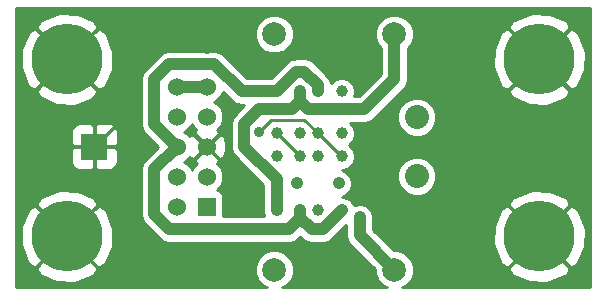
<source format=gtl>
%FSLAX36Y36*%
G04 Gerber Fmt 3.6, Leading zero omitted, Abs format (unit inch)*
G04 Created by KiCad (PCBNEW (2014-jul-16 BZR unknown)-product) date Sat 11 Oct 2014 11:47:49 AM PDT*
%MOIN*%
G01*
G04 APERTURE LIST*
%ADD10C,0.003937*%
%ADD11C,0.236220*%
%ADD12C,0.078700*%
%ADD13R,0.088000X0.088000*%
%ADD14C,0.039370*%
%ADD15C,0.041339*%
%ADD16C,0.080000*%
%ADD17R,0.060000X0.060000*%
%ADD18C,0.060000*%
%ADD19C,0.035000*%
%ADD20C,0.040000*%
%ADD21C,0.010000*%
G04 APERTURE END LIST*
D10*
D11*
X4133858Y-4133858D03*
X5708661Y-4133858D03*
X4133858Y-4724409D03*
X5708661Y-4724409D03*
D12*
X5225000Y-4835000D03*
X4825000Y-4835000D03*
X5225000Y-4050000D03*
X4825000Y-4050000D03*
D13*
X4225000Y-4425000D03*
D14*
X4832677Y-4636772D03*
X4911417Y-4636811D03*
X4832677Y-4457677D03*
X4911417Y-4457677D03*
D15*
X4901575Y-4547244D03*
D14*
X4970472Y-4636772D03*
X5049213Y-4636811D03*
X4970472Y-4457677D03*
X5049213Y-4457677D03*
D15*
X5039370Y-4547244D03*
D14*
X4911417Y-4241142D03*
X4832677Y-4241142D03*
X4911417Y-4380906D03*
X4832677Y-4380906D03*
X5049213Y-4241142D03*
X4970472Y-4241142D03*
X5049213Y-4380906D03*
X4970472Y-4380906D03*
D16*
X5300000Y-4523425D03*
X5300000Y-4326575D03*
D17*
X4600000Y-4625000D03*
D18*
X4500000Y-4625000D03*
X4600000Y-4525000D03*
X4500000Y-4525000D03*
X4600000Y-4425000D03*
X4500000Y-4425000D03*
X4600000Y-4325000D03*
X4500000Y-4325000D03*
X4600000Y-4225000D03*
X4500000Y-4225000D03*
D19*
X5110000Y-4660000D03*
X4775000Y-4375000D03*
X4600000Y-4100000D03*
D20*
X5225000Y-4835000D02*
X5110000Y-4720000D01*
X5110000Y-4720000D02*
X5110000Y-4660000D01*
X4832677Y-4636772D02*
X4832677Y-4532677D01*
X4725000Y-4350000D02*
X4775000Y-4300000D01*
X4725000Y-4425000D02*
X4725000Y-4350000D01*
X4832677Y-4532677D02*
X4725000Y-4425000D01*
X4883770Y-4300000D02*
X4911417Y-4272353D01*
X4775000Y-4300000D02*
X4883770Y-4300000D01*
X4911417Y-4241142D02*
X4911417Y-4272353D01*
X5225000Y-4200000D02*
X5225000Y-4050000D01*
X5125000Y-4300000D02*
X5225000Y-4200000D01*
X4939064Y-4300000D02*
X5125000Y-4300000D01*
X4911417Y-4272353D02*
X4939064Y-4300000D01*
D21*
X4970472Y-4380906D02*
X4924567Y-4335000D01*
X4815000Y-4335000D02*
X4775000Y-4375000D01*
X4924567Y-4335000D02*
X4815000Y-4335000D01*
X4970472Y-4380906D02*
X5047244Y-4457677D01*
X5047244Y-4457677D02*
X5049213Y-4457677D01*
X4832677Y-4380906D02*
X4909449Y-4457677D01*
X4909449Y-4457677D02*
X4911417Y-4457677D01*
D20*
X4600000Y-4225000D02*
X4500000Y-4225000D01*
D21*
X4600000Y-4100000D02*
X4425000Y-4100000D01*
X4425000Y-4100000D02*
X4300000Y-4225000D01*
X4300000Y-4350000D02*
X4225000Y-4425000D01*
X4300000Y-4225000D02*
X4300000Y-4350000D01*
D20*
X4133858Y-4724409D02*
X4134449Y-4725000D01*
X5049213Y-4636811D02*
X4986024Y-4700000D01*
X4832677Y-4241142D02*
X4716142Y-4241142D01*
X4716142Y-4241142D02*
X4625000Y-4150000D01*
X4970472Y-4241142D02*
X4970472Y-4220472D01*
X4898819Y-4175000D02*
X4832677Y-4241142D01*
X4925000Y-4175000D02*
X4898819Y-4175000D01*
X4970472Y-4220472D02*
X4925000Y-4175000D01*
X4911417Y-4661417D02*
X4872835Y-4700000D01*
X4425000Y-4500000D02*
X4500000Y-4425000D01*
X4425000Y-4650000D02*
X4425000Y-4500000D01*
X4475000Y-4700000D02*
X4425000Y-4650000D01*
X4872835Y-4700000D02*
X4475000Y-4700000D01*
X4911417Y-4661417D02*
X4911417Y-4636811D01*
X4950000Y-4700000D02*
X4911417Y-4661417D01*
X4986024Y-4700000D02*
X4950000Y-4700000D01*
X4500000Y-4425000D02*
X4425000Y-4350000D01*
X4475000Y-4150000D02*
X4625000Y-4150000D01*
X4425000Y-4200000D02*
X4475000Y-4150000D01*
X4425000Y-4350000D02*
X4425000Y-4200000D01*
D21*
G36*
X4791776Y-4655000D02*
X4665294Y-4655000D01*
X4665294Y-4413646D01*
X4655978Y-4389524D01*
X4654198Y-4386859D01*
X4641376Y-4385038D01*
X4601414Y-4425000D01*
X4641376Y-4464962D01*
X4654198Y-4463141D01*
X4664668Y-4439497D01*
X4665294Y-4413646D01*
X4665294Y-4655000D01*
X4655000Y-4655000D01*
X4655000Y-4650027D01*
X4655000Y-4590027D01*
X4651194Y-4580839D01*
X4644161Y-4573806D01*
X4634973Y-4570000D01*
X4632771Y-4570000D01*
X4646600Y-4556196D01*
X4654990Y-4535988D01*
X4655010Y-4514108D01*
X4646654Y-4493886D01*
X4634244Y-4481454D01*
X4635476Y-4480978D01*
X4638141Y-4479198D01*
X4639962Y-4466376D01*
X4600000Y-4426414D01*
X4560038Y-4466376D01*
X4561859Y-4479198D01*
X4566135Y-4481092D01*
X4553400Y-4493804D01*
X4550002Y-4501989D01*
X4546654Y-4493886D01*
X4531196Y-4478400D01*
X4523011Y-4475002D01*
X4531114Y-4471654D01*
X4543546Y-4459244D01*
X4544022Y-4460476D01*
X4545802Y-4463141D01*
X4558624Y-4464962D01*
X4598586Y-4425000D01*
X4558624Y-4385038D01*
X4545802Y-4386859D01*
X4543908Y-4391135D01*
X4531196Y-4378400D01*
X4523011Y-4375002D01*
X4531114Y-4371654D01*
X4546600Y-4356196D01*
X4549998Y-4348011D01*
X4553346Y-4356114D01*
X4565756Y-4368546D01*
X4564524Y-4369022D01*
X4561859Y-4370802D01*
X4560038Y-4383624D01*
X4600000Y-4423586D01*
X4639962Y-4383624D01*
X4638141Y-4370802D01*
X4633865Y-4368908D01*
X4646600Y-4356196D01*
X4654990Y-4335988D01*
X4655010Y-4314108D01*
X4646654Y-4293886D01*
X4631196Y-4278400D01*
X4623011Y-4275002D01*
X4631114Y-4271654D01*
X4646600Y-4256196D01*
X4652748Y-4241388D01*
X4684322Y-4272962D01*
X4698921Y-4282716D01*
X4716142Y-4286142D01*
X4725219Y-4286142D01*
X4693180Y-4318180D01*
X4683425Y-4332779D01*
X4680000Y-4350000D01*
X4680000Y-4425000D01*
X4683425Y-4442221D01*
X4693180Y-4456820D01*
X4787677Y-4551317D01*
X4787677Y-4636772D01*
X4787991Y-4638348D01*
X4787984Y-4645621D01*
X4790786Y-4652402D01*
X4791103Y-4653992D01*
X4791776Y-4655000D01*
X4791776Y-4655000D01*
G37*
X4791776Y-4655000D02*
X4665294Y-4655000D01*
X4665294Y-4413646D01*
X4655978Y-4389524D01*
X4654198Y-4386859D01*
X4641376Y-4385038D01*
X4601414Y-4425000D01*
X4641376Y-4464962D01*
X4654198Y-4463141D01*
X4664668Y-4439497D01*
X4665294Y-4413646D01*
X4665294Y-4655000D01*
X4655000Y-4655000D01*
X4655000Y-4650027D01*
X4655000Y-4590027D01*
X4651194Y-4580839D01*
X4644161Y-4573806D01*
X4634973Y-4570000D01*
X4632771Y-4570000D01*
X4646600Y-4556196D01*
X4654990Y-4535988D01*
X4655010Y-4514108D01*
X4646654Y-4493886D01*
X4634244Y-4481454D01*
X4635476Y-4480978D01*
X4638141Y-4479198D01*
X4639962Y-4466376D01*
X4600000Y-4426414D01*
X4560038Y-4466376D01*
X4561859Y-4479198D01*
X4566135Y-4481092D01*
X4553400Y-4493804D01*
X4550002Y-4501989D01*
X4546654Y-4493886D01*
X4531196Y-4478400D01*
X4523011Y-4475002D01*
X4531114Y-4471654D01*
X4543546Y-4459244D01*
X4544022Y-4460476D01*
X4545802Y-4463141D01*
X4558624Y-4464962D01*
X4598586Y-4425000D01*
X4558624Y-4385038D01*
X4545802Y-4386859D01*
X4543908Y-4391135D01*
X4531196Y-4378400D01*
X4523011Y-4375002D01*
X4531114Y-4371654D01*
X4546600Y-4356196D01*
X4549998Y-4348011D01*
X4553346Y-4356114D01*
X4565756Y-4368546D01*
X4564524Y-4369022D01*
X4561859Y-4370802D01*
X4560038Y-4383624D01*
X4600000Y-4423586D01*
X4639962Y-4383624D01*
X4638141Y-4370802D01*
X4633865Y-4368908D01*
X4646600Y-4356196D01*
X4654990Y-4335988D01*
X4655010Y-4314108D01*
X4646654Y-4293886D01*
X4631196Y-4278400D01*
X4623011Y-4275002D01*
X4631114Y-4271654D01*
X4646600Y-4256196D01*
X4652748Y-4241388D01*
X4684322Y-4272962D01*
X4698921Y-4282716D01*
X4716142Y-4286142D01*
X4725219Y-4286142D01*
X4693180Y-4318180D01*
X4683425Y-4332779D01*
X4680000Y-4350000D01*
X4680000Y-4425000D01*
X4683425Y-4442221D01*
X4693180Y-4456820D01*
X4787677Y-4551317D01*
X4787677Y-4636772D01*
X4787991Y-4638348D01*
X4787984Y-4645621D01*
X4790786Y-4652402D01*
X4791103Y-4653992D01*
X4791776Y-4655000D01*
G36*
X5878543Y-4894291D02*
X5862690Y-4894291D01*
X5862690Y-4699001D01*
X5862690Y-4108450D01*
X5841242Y-4051440D01*
X5835542Y-4042910D01*
X5813565Y-4030369D01*
X5812151Y-4031783D01*
X5812151Y-4028954D01*
X5799610Y-4006978D01*
X5744131Y-3981831D01*
X5683253Y-3979830D01*
X5626243Y-4001278D01*
X5617713Y-4006978D01*
X5605172Y-4028954D01*
X5708661Y-4132444D01*
X5812151Y-4028954D01*
X5812151Y-4031783D01*
X5710076Y-4133858D01*
X5813565Y-4237348D01*
X5835542Y-4224806D01*
X5860688Y-4169328D01*
X5862690Y-4108450D01*
X5862690Y-4699001D01*
X5841242Y-4641991D01*
X5835542Y-4633461D01*
X5813565Y-4620920D01*
X5812151Y-4622334D01*
X5812151Y-4619506D01*
X5812151Y-4238762D01*
X5708661Y-4135272D01*
X5707247Y-4136687D01*
X5707247Y-4133858D01*
X5603758Y-4030369D01*
X5581781Y-4042910D01*
X5556635Y-4098388D01*
X5554633Y-4159266D01*
X5576081Y-4216276D01*
X5581781Y-4224806D01*
X5603758Y-4237348D01*
X5707247Y-4133858D01*
X5707247Y-4136687D01*
X5605172Y-4238762D01*
X5617713Y-4260739D01*
X5673191Y-4285885D01*
X5734070Y-4287887D01*
X5791080Y-4266439D01*
X5799610Y-4260739D01*
X5812151Y-4238762D01*
X5812151Y-4619506D01*
X5799610Y-4597529D01*
X5744131Y-4572383D01*
X5683253Y-4570381D01*
X5626243Y-4591829D01*
X5617713Y-4597529D01*
X5605172Y-4619506D01*
X5708661Y-4722995D01*
X5812151Y-4619506D01*
X5812151Y-4622334D01*
X5710076Y-4724409D01*
X5813565Y-4827899D01*
X5835542Y-4815358D01*
X5860688Y-4759879D01*
X5862690Y-4699001D01*
X5862690Y-4894291D01*
X5812151Y-4894291D01*
X5812151Y-4829313D01*
X5708661Y-4725824D01*
X5707247Y-4727238D01*
X5707247Y-4724409D01*
X5603758Y-4620920D01*
X5581781Y-4633461D01*
X5556635Y-4688939D01*
X5554633Y-4749818D01*
X5576081Y-4806828D01*
X5581781Y-4815358D01*
X5603758Y-4827899D01*
X5707247Y-4724409D01*
X5707247Y-4727238D01*
X5605172Y-4829313D01*
X5617713Y-4851290D01*
X5673191Y-4876436D01*
X5734070Y-4878438D01*
X5791080Y-4856990D01*
X5799610Y-4851290D01*
X5812151Y-4829313D01*
X5812151Y-4894291D01*
X5365011Y-4894291D01*
X5365011Y-4510553D01*
X5365011Y-4313702D01*
X5355136Y-4289803D01*
X5336868Y-4271503D01*
X5312986Y-4261586D01*
X5287127Y-4261564D01*
X5263229Y-4271438D01*
X5244928Y-4289707D01*
X5235011Y-4313589D01*
X5234989Y-4339447D01*
X5244864Y-4363346D01*
X5263132Y-4381647D01*
X5287014Y-4391564D01*
X5312873Y-4391586D01*
X5336771Y-4381711D01*
X5355072Y-4363442D01*
X5364989Y-4339561D01*
X5365011Y-4313702D01*
X5365011Y-4510553D01*
X5355136Y-4486654D01*
X5336868Y-4468353D01*
X5312986Y-4458436D01*
X5287127Y-4458414D01*
X5263229Y-4468289D01*
X5244928Y-4486558D01*
X5235011Y-4510439D01*
X5234989Y-4536298D01*
X5244864Y-4560197D01*
X5263132Y-4578497D01*
X5287014Y-4588414D01*
X5312873Y-4588436D01*
X5336771Y-4578562D01*
X5355072Y-4560293D01*
X5364989Y-4536411D01*
X5365011Y-4510553D01*
X5365011Y-4894291D01*
X5250014Y-4894291D01*
X5261404Y-4889585D01*
X5279521Y-4871499D01*
X5289339Y-4847856D01*
X5289361Y-4822256D01*
X5279585Y-4798596D01*
X5261499Y-4780479D01*
X5237856Y-4770661D01*
X5224289Y-4770649D01*
X5155000Y-4701360D01*
X5155000Y-4660000D01*
X5151575Y-4642779D01*
X5141820Y-4628180D01*
X5127221Y-4618425D01*
X5110000Y-4615000D01*
X5092779Y-4618425D01*
X5090816Y-4619737D01*
X5090787Y-4619590D01*
X5089894Y-4618254D01*
X5087117Y-4611532D01*
X5081933Y-4606339D01*
X5081032Y-4604991D01*
X5079696Y-4604098D01*
X5074558Y-4598951D01*
X5067781Y-4596137D01*
X5066433Y-4595236D01*
X5064857Y-4594923D01*
X5058140Y-4592134D01*
X5050803Y-4592127D01*
X5050488Y-4592065D01*
X5065206Y-4585983D01*
X5078064Y-4573147D01*
X5085031Y-4556368D01*
X5085047Y-4538200D01*
X5078109Y-4521408D01*
X5065273Y-4508550D01*
X5050374Y-4502363D01*
X5058062Y-4502370D01*
X5074492Y-4495581D01*
X5087073Y-4483022D01*
X5093890Y-4466605D01*
X5093905Y-4448828D01*
X5087117Y-4432398D01*
X5074558Y-4419817D01*
X5073309Y-4419298D01*
X5074492Y-4418810D01*
X5087073Y-4406251D01*
X5093890Y-4389833D01*
X5093905Y-4372056D01*
X5087117Y-4355627D01*
X5076509Y-4345000D01*
X5125000Y-4345000D01*
X5142221Y-4341575D01*
X5156820Y-4331820D01*
X5256820Y-4231820D01*
X5266575Y-4217221D01*
X5270000Y-4200000D01*
X5270000Y-4096004D01*
X5279521Y-4086499D01*
X5289339Y-4062856D01*
X5289361Y-4037256D01*
X5279585Y-4013596D01*
X5261499Y-3995479D01*
X5237856Y-3985661D01*
X5212256Y-3985639D01*
X5188596Y-3995415D01*
X5170479Y-4013501D01*
X5160661Y-4037144D01*
X5160639Y-4062744D01*
X5170415Y-4086404D01*
X5180000Y-4096006D01*
X5180000Y-4181360D01*
X5106360Y-4255000D01*
X5091842Y-4255000D01*
X5093890Y-4250069D01*
X5093905Y-4232292D01*
X5087117Y-4215863D01*
X5074558Y-4203282D01*
X5058140Y-4196464D01*
X5040363Y-4196449D01*
X5023934Y-4203238D01*
X5014014Y-4213140D01*
X5012047Y-4203252D01*
X5002292Y-4188653D01*
X4956820Y-4143180D01*
X4942221Y-4133425D01*
X4925000Y-4130000D01*
X4898819Y-4130000D01*
X4889361Y-4131881D01*
X4889361Y-4037256D01*
X4879585Y-4013596D01*
X4861499Y-3995479D01*
X4837856Y-3985661D01*
X4812256Y-3985639D01*
X4788596Y-3995415D01*
X4770479Y-4013501D01*
X4760661Y-4037144D01*
X4760639Y-4062744D01*
X4770415Y-4086404D01*
X4788501Y-4104521D01*
X4812144Y-4114339D01*
X4837744Y-4114361D01*
X4861404Y-4104585D01*
X4879521Y-4086499D01*
X4889339Y-4062856D01*
X4889361Y-4037256D01*
X4889361Y-4131881D01*
X4881598Y-4133425D01*
X4866999Y-4143180D01*
X4814038Y-4196142D01*
X4734781Y-4196142D01*
X4656820Y-4118180D01*
X4642221Y-4108425D01*
X4625000Y-4105000D01*
X4475000Y-4105000D01*
X4457779Y-4108425D01*
X4443180Y-4118180D01*
X4393180Y-4168180D01*
X4383425Y-4182779D01*
X4380000Y-4200000D01*
X4380000Y-4350000D01*
X4383425Y-4367221D01*
X4393180Y-4381820D01*
X4436360Y-4425000D01*
X4393180Y-4468180D01*
X4383425Y-4482779D01*
X4380000Y-4500000D01*
X4380000Y-4650000D01*
X4383425Y-4667221D01*
X4393180Y-4681820D01*
X4443180Y-4731820D01*
X4457779Y-4741575D01*
X4475000Y-4745000D01*
X4872835Y-4745000D01*
X4890055Y-4741575D01*
X4904654Y-4731820D01*
X4911417Y-4725057D01*
X4918180Y-4731820D01*
X4932779Y-4741575D01*
X4950000Y-4745000D01*
X4986024Y-4745000D01*
X5003244Y-4741575D01*
X5017843Y-4731820D01*
X5065000Y-4684663D01*
X5065000Y-4720000D01*
X5068425Y-4737221D01*
X5078180Y-4751820D01*
X5160651Y-4834290D01*
X5160639Y-4847744D01*
X5170415Y-4871404D01*
X5188501Y-4889521D01*
X5199988Y-4894291D01*
X4850014Y-4894291D01*
X4861404Y-4889585D01*
X4879521Y-4871499D01*
X4889339Y-4847856D01*
X4889361Y-4822256D01*
X4879585Y-4798596D01*
X4861499Y-4780479D01*
X4837856Y-4770661D01*
X4812256Y-4770639D01*
X4788596Y-4780415D01*
X4770479Y-4798501D01*
X4760661Y-4822144D01*
X4760639Y-4847744D01*
X4770415Y-4871404D01*
X4788501Y-4889521D01*
X4799988Y-4894291D01*
X4304000Y-4894291D01*
X4304000Y-4475962D01*
X4304000Y-4462038D01*
X4304000Y-4434750D01*
X4304000Y-4415250D01*
X4304000Y-4387962D01*
X4304000Y-4374038D01*
X4298672Y-4361174D01*
X4288826Y-4351328D01*
X4287887Y-4350939D01*
X4287887Y-4108450D01*
X4266439Y-4051440D01*
X4260739Y-4042910D01*
X4238762Y-4030369D01*
X4237348Y-4031783D01*
X4237348Y-4028954D01*
X4224806Y-4006978D01*
X4169328Y-3981831D01*
X4108450Y-3979830D01*
X4051440Y-4001278D01*
X4042910Y-4006978D01*
X4030369Y-4028954D01*
X4133858Y-4132444D01*
X4237348Y-4028954D01*
X4237348Y-4031783D01*
X4135272Y-4133858D01*
X4238762Y-4237348D01*
X4260739Y-4224806D01*
X4285885Y-4169328D01*
X4287887Y-4108450D01*
X4287887Y-4350939D01*
X4275962Y-4346000D01*
X4237348Y-4346000D01*
X4237348Y-4238762D01*
X4133858Y-4135272D01*
X4132444Y-4136687D01*
X4132444Y-4133858D01*
X4028954Y-4030369D01*
X4006978Y-4042910D01*
X3981831Y-4098388D01*
X3979830Y-4159266D01*
X4001278Y-4216276D01*
X4006978Y-4224806D01*
X4028954Y-4237348D01*
X4132444Y-4133858D01*
X4132444Y-4136687D01*
X4030369Y-4238762D01*
X4042910Y-4260739D01*
X4098388Y-4285885D01*
X4159266Y-4287887D01*
X4216276Y-4266439D01*
X4224806Y-4260739D01*
X4237348Y-4238762D01*
X4237348Y-4346000D01*
X4234750Y-4346000D01*
X4226000Y-4354750D01*
X4226000Y-4424000D01*
X4295250Y-4424000D01*
X4304000Y-4415250D01*
X4304000Y-4434750D01*
X4295250Y-4426000D01*
X4226000Y-4426000D01*
X4226000Y-4495250D01*
X4234750Y-4504000D01*
X4275962Y-4504000D01*
X4288826Y-4498672D01*
X4298672Y-4488826D01*
X4304000Y-4475962D01*
X4304000Y-4894291D01*
X4287887Y-4894291D01*
X4287887Y-4699001D01*
X4266439Y-4641991D01*
X4260739Y-4633461D01*
X4238762Y-4620920D01*
X4237348Y-4622334D01*
X4237348Y-4619506D01*
X4224806Y-4597529D01*
X4224000Y-4597163D01*
X4224000Y-4495250D01*
X4224000Y-4426000D01*
X4224000Y-4424000D01*
X4224000Y-4354750D01*
X4215250Y-4346000D01*
X4174038Y-4346000D01*
X4161174Y-4351328D01*
X4151328Y-4361174D01*
X4146000Y-4374038D01*
X4146000Y-4387962D01*
X4146000Y-4415250D01*
X4154750Y-4424000D01*
X4224000Y-4424000D01*
X4224000Y-4426000D01*
X4154750Y-4426000D01*
X4146000Y-4434750D01*
X4146000Y-4462038D01*
X4146000Y-4475962D01*
X4151328Y-4488826D01*
X4161174Y-4498672D01*
X4174038Y-4504000D01*
X4215250Y-4504000D01*
X4224000Y-4495250D01*
X4224000Y-4597163D01*
X4169328Y-4572383D01*
X4108450Y-4570381D01*
X4051440Y-4591829D01*
X4042910Y-4597529D01*
X4030369Y-4619506D01*
X4133858Y-4722995D01*
X4237348Y-4619506D01*
X4237348Y-4622334D01*
X4135272Y-4724409D01*
X4238762Y-4827899D01*
X4260739Y-4815358D01*
X4285885Y-4759879D01*
X4287887Y-4699001D01*
X4287887Y-4894291D01*
X4237348Y-4894291D01*
X4237348Y-4829313D01*
X4133858Y-4725824D01*
X4132444Y-4727238D01*
X4132444Y-4724409D01*
X4028954Y-4620920D01*
X4006978Y-4633461D01*
X3981831Y-4688939D01*
X3979830Y-4749818D01*
X4001278Y-4806828D01*
X4006978Y-4815358D01*
X4028954Y-4827899D01*
X4132444Y-4724409D01*
X4132444Y-4727238D01*
X4030369Y-4829313D01*
X4042910Y-4851290D01*
X4098388Y-4876436D01*
X4159266Y-4878438D01*
X4216276Y-4856990D01*
X4224806Y-4851290D01*
X4237348Y-4829313D01*
X4237348Y-4894291D01*
X3963976Y-4894291D01*
X3963976Y-3963976D01*
X5878543Y-3963976D01*
X5878543Y-4894291D01*
X5878543Y-4894291D01*
G37*
X5878543Y-4894291D02*
X5862690Y-4894291D01*
X5862690Y-4699001D01*
X5862690Y-4108450D01*
X5841242Y-4051440D01*
X5835542Y-4042910D01*
X5813565Y-4030369D01*
X5812151Y-4031783D01*
X5812151Y-4028954D01*
X5799610Y-4006978D01*
X5744131Y-3981831D01*
X5683253Y-3979830D01*
X5626243Y-4001278D01*
X5617713Y-4006978D01*
X5605172Y-4028954D01*
X5708661Y-4132444D01*
X5812151Y-4028954D01*
X5812151Y-4031783D01*
X5710076Y-4133858D01*
X5813565Y-4237348D01*
X5835542Y-4224806D01*
X5860688Y-4169328D01*
X5862690Y-4108450D01*
X5862690Y-4699001D01*
X5841242Y-4641991D01*
X5835542Y-4633461D01*
X5813565Y-4620920D01*
X5812151Y-4622334D01*
X5812151Y-4619506D01*
X5812151Y-4238762D01*
X5708661Y-4135272D01*
X5707247Y-4136687D01*
X5707247Y-4133858D01*
X5603758Y-4030369D01*
X5581781Y-4042910D01*
X5556635Y-4098388D01*
X5554633Y-4159266D01*
X5576081Y-4216276D01*
X5581781Y-4224806D01*
X5603758Y-4237348D01*
X5707247Y-4133858D01*
X5707247Y-4136687D01*
X5605172Y-4238762D01*
X5617713Y-4260739D01*
X5673191Y-4285885D01*
X5734070Y-4287887D01*
X5791080Y-4266439D01*
X5799610Y-4260739D01*
X5812151Y-4238762D01*
X5812151Y-4619506D01*
X5799610Y-4597529D01*
X5744131Y-4572383D01*
X5683253Y-4570381D01*
X5626243Y-4591829D01*
X5617713Y-4597529D01*
X5605172Y-4619506D01*
X5708661Y-4722995D01*
X5812151Y-4619506D01*
X5812151Y-4622334D01*
X5710076Y-4724409D01*
X5813565Y-4827899D01*
X5835542Y-4815358D01*
X5860688Y-4759879D01*
X5862690Y-4699001D01*
X5862690Y-4894291D01*
X5812151Y-4894291D01*
X5812151Y-4829313D01*
X5708661Y-4725824D01*
X5707247Y-4727238D01*
X5707247Y-4724409D01*
X5603758Y-4620920D01*
X5581781Y-4633461D01*
X5556635Y-4688939D01*
X5554633Y-4749818D01*
X5576081Y-4806828D01*
X5581781Y-4815358D01*
X5603758Y-4827899D01*
X5707247Y-4724409D01*
X5707247Y-4727238D01*
X5605172Y-4829313D01*
X5617713Y-4851290D01*
X5673191Y-4876436D01*
X5734070Y-4878438D01*
X5791080Y-4856990D01*
X5799610Y-4851290D01*
X5812151Y-4829313D01*
X5812151Y-4894291D01*
X5365011Y-4894291D01*
X5365011Y-4510553D01*
X5365011Y-4313702D01*
X5355136Y-4289803D01*
X5336868Y-4271503D01*
X5312986Y-4261586D01*
X5287127Y-4261564D01*
X5263229Y-4271438D01*
X5244928Y-4289707D01*
X5235011Y-4313589D01*
X5234989Y-4339447D01*
X5244864Y-4363346D01*
X5263132Y-4381647D01*
X5287014Y-4391564D01*
X5312873Y-4391586D01*
X5336771Y-4381711D01*
X5355072Y-4363442D01*
X5364989Y-4339561D01*
X5365011Y-4313702D01*
X5365011Y-4510553D01*
X5355136Y-4486654D01*
X5336868Y-4468353D01*
X5312986Y-4458436D01*
X5287127Y-4458414D01*
X5263229Y-4468289D01*
X5244928Y-4486558D01*
X5235011Y-4510439D01*
X5234989Y-4536298D01*
X5244864Y-4560197D01*
X5263132Y-4578497D01*
X5287014Y-4588414D01*
X5312873Y-4588436D01*
X5336771Y-4578562D01*
X5355072Y-4560293D01*
X5364989Y-4536411D01*
X5365011Y-4510553D01*
X5365011Y-4894291D01*
X5250014Y-4894291D01*
X5261404Y-4889585D01*
X5279521Y-4871499D01*
X5289339Y-4847856D01*
X5289361Y-4822256D01*
X5279585Y-4798596D01*
X5261499Y-4780479D01*
X5237856Y-4770661D01*
X5224289Y-4770649D01*
X5155000Y-4701360D01*
X5155000Y-4660000D01*
X5151575Y-4642779D01*
X5141820Y-4628180D01*
X5127221Y-4618425D01*
X5110000Y-4615000D01*
X5092779Y-4618425D01*
X5090816Y-4619737D01*
X5090787Y-4619590D01*
X5089894Y-4618254D01*
X5087117Y-4611532D01*
X5081933Y-4606339D01*
X5081032Y-4604991D01*
X5079696Y-4604098D01*
X5074558Y-4598951D01*
X5067781Y-4596137D01*
X5066433Y-4595236D01*
X5064857Y-4594923D01*
X5058140Y-4592134D01*
X5050803Y-4592127D01*
X5050488Y-4592065D01*
X5065206Y-4585983D01*
X5078064Y-4573147D01*
X5085031Y-4556368D01*
X5085047Y-4538200D01*
X5078109Y-4521408D01*
X5065273Y-4508550D01*
X5050374Y-4502363D01*
X5058062Y-4502370D01*
X5074492Y-4495581D01*
X5087073Y-4483022D01*
X5093890Y-4466605D01*
X5093905Y-4448828D01*
X5087117Y-4432398D01*
X5074558Y-4419817D01*
X5073309Y-4419298D01*
X5074492Y-4418810D01*
X5087073Y-4406251D01*
X5093890Y-4389833D01*
X5093905Y-4372056D01*
X5087117Y-4355627D01*
X5076509Y-4345000D01*
X5125000Y-4345000D01*
X5142221Y-4341575D01*
X5156820Y-4331820D01*
X5256820Y-4231820D01*
X5266575Y-4217221D01*
X5270000Y-4200000D01*
X5270000Y-4096004D01*
X5279521Y-4086499D01*
X5289339Y-4062856D01*
X5289361Y-4037256D01*
X5279585Y-4013596D01*
X5261499Y-3995479D01*
X5237856Y-3985661D01*
X5212256Y-3985639D01*
X5188596Y-3995415D01*
X5170479Y-4013501D01*
X5160661Y-4037144D01*
X5160639Y-4062744D01*
X5170415Y-4086404D01*
X5180000Y-4096006D01*
X5180000Y-4181360D01*
X5106360Y-4255000D01*
X5091842Y-4255000D01*
X5093890Y-4250069D01*
X5093905Y-4232292D01*
X5087117Y-4215863D01*
X5074558Y-4203282D01*
X5058140Y-4196464D01*
X5040363Y-4196449D01*
X5023934Y-4203238D01*
X5014014Y-4213140D01*
X5012047Y-4203252D01*
X5002292Y-4188653D01*
X4956820Y-4143180D01*
X4942221Y-4133425D01*
X4925000Y-4130000D01*
X4898819Y-4130000D01*
X4889361Y-4131881D01*
X4889361Y-4037256D01*
X4879585Y-4013596D01*
X4861499Y-3995479D01*
X4837856Y-3985661D01*
X4812256Y-3985639D01*
X4788596Y-3995415D01*
X4770479Y-4013501D01*
X4760661Y-4037144D01*
X4760639Y-4062744D01*
X4770415Y-4086404D01*
X4788501Y-4104521D01*
X4812144Y-4114339D01*
X4837744Y-4114361D01*
X4861404Y-4104585D01*
X4879521Y-4086499D01*
X4889339Y-4062856D01*
X4889361Y-4037256D01*
X4889361Y-4131881D01*
X4881598Y-4133425D01*
X4866999Y-4143180D01*
X4814038Y-4196142D01*
X4734781Y-4196142D01*
X4656820Y-4118180D01*
X4642221Y-4108425D01*
X4625000Y-4105000D01*
X4475000Y-4105000D01*
X4457779Y-4108425D01*
X4443180Y-4118180D01*
X4393180Y-4168180D01*
X4383425Y-4182779D01*
X4380000Y-4200000D01*
X4380000Y-4350000D01*
X4383425Y-4367221D01*
X4393180Y-4381820D01*
X4436360Y-4425000D01*
X4393180Y-4468180D01*
X4383425Y-4482779D01*
X4380000Y-4500000D01*
X4380000Y-4650000D01*
X4383425Y-4667221D01*
X4393180Y-4681820D01*
X4443180Y-4731820D01*
X4457779Y-4741575D01*
X4475000Y-4745000D01*
X4872835Y-4745000D01*
X4890055Y-4741575D01*
X4904654Y-4731820D01*
X4911417Y-4725057D01*
X4918180Y-4731820D01*
X4932779Y-4741575D01*
X4950000Y-4745000D01*
X4986024Y-4745000D01*
X5003244Y-4741575D01*
X5017843Y-4731820D01*
X5065000Y-4684663D01*
X5065000Y-4720000D01*
X5068425Y-4737221D01*
X5078180Y-4751820D01*
X5160651Y-4834290D01*
X5160639Y-4847744D01*
X5170415Y-4871404D01*
X5188501Y-4889521D01*
X5199988Y-4894291D01*
X4850014Y-4894291D01*
X4861404Y-4889585D01*
X4879521Y-4871499D01*
X4889339Y-4847856D01*
X4889361Y-4822256D01*
X4879585Y-4798596D01*
X4861499Y-4780479D01*
X4837856Y-4770661D01*
X4812256Y-4770639D01*
X4788596Y-4780415D01*
X4770479Y-4798501D01*
X4760661Y-4822144D01*
X4760639Y-4847744D01*
X4770415Y-4871404D01*
X4788501Y-4889521D01*
X4799988Y-4894291D01*
X4304000Y-4894291D01*
X4304000Y-4475962D01*
X4304000Y-4462038D01*
X4304000Y-4434750D01*
X4304000Y-4415250D01*
X4304000Y-4387962D01*
X4304000Y-4374038D01*
X4298672Y-4361174D01*
X4288826Y-4351328D01*
X4287887Y-4350939D01*
X4287887Y-4108450D01*
X4266439Y-4051440D01*
X4260739Y-4042910D01*
X4238762Y-4030369D01*
X4237348Y-4031783D01*
X4237348Y-4028954D01*
X4224806Y-4006978D01*
X4169328Y-3981831D01*
X4108450Y-3979830D01*
X4051440Y-4001278D01*
X4042910Y-4006978D01*
X4030369Y-4028954D01*
X4133858Y-4132444D01*
X4237348Y-4028954D01*
X4237348Y-4031783D01*
X4135272Y-4133858D01*
X4238762Y-4237348D01*
X4260739Y-4224806D01*
X4285885Y-4169328D01*
X4287887Y-4108450D01*
X4287887Y-4350939D01*
X4275962Y-4346000D01*
X4237348Y-4346000D01*
X4237348Y-4238762D01*
X4133858Y-4135272D01*
X4132444Y-4136687D01*
X4132444Y-4133858D01*
X4028954Y-4030369D01*
X4006978Y-4042910D01*
X3981831Y-4098388D01*
X3979830Y-4159266D01*
X4001278Y-4216276D01*
X4006978Y-4224806D01*
X4028954Y-4237348D01*
X4132444Y-4133858D01*
X4132444Y-4136687D01*
X4030369Y-4238762D01*
X4042910Y-4260739D01*
X4098388Y-4285885D01*
X4159266Y-4287887D01*
X4216276Y-4266439D01*
X4224806Y-4260739D01*
X4237348Y-4238762D01*
X4237348Y-4346000D01*
X4234750Y-4346000D01*
X4226000Y-4354750D01*
X4226000Y-4424000D01*
X4295250Y-4424000D01*
X4304000Y-4415250D01*
X4304000Y-4434750D01*
X4295250Y-4426000D01*
X4226000Y-4426000D01*
X4226000Y-4495250D01*
X4234750Y-4504000D01*
X4275962Y-4504000D01*
X4288826Y-4498672D01*
X4298672Y-4488826D01*
X4304000Y-4475962D01*
X4304000Y-4894291D01*
X4287887Y-4894291D01*
X4287887Y-4699001D01*
X4266439Y-4641991D01*
X4260739Y-4633461D01*
X4238762Y-4620920D01*
X4237348Y-4622334D01*
X4237348Y-4619506D01*
X4224806Y-4597529D01*
X4224000Y-4597163D01*
X4224000Y-4495250D01*
X4224000Y-4426000D01*
X4224000Y-4424000D01*
X4224000Y-4354750D01*
X4215250Y-4346000D01*
X4174038Y-4346000D01*
X4161174Y-4351328D01*
X4151328Y-4361174D01*
X4146000Y-4374038D01*
X4146000Y-4387962D01*
X4146000Y-4415250D01*
X4154750Y-4424000D01*
X4224000Y-4424000D01*
X4224000Y-4426000D01*
X4154750Y-4426000D01*
X4146000Y-4434750D01*
X4146000Y-4462038D01*
X4146000Y-4475962D01*
X4151328Y-4488826D01*
X4161174Y-4498672D01*
X4174038Y-4504000D01*
X4215250Y-4504000D01*
X4224000Y-4495250D01*
X4224000Y-4597163D01*
X4169328Y-4572383D01*
X4108450Y-4570381D01*
X4051440Y-4591829D01*
X4042910Y-4597529D01*
X4030369Y-4619506D01*
X4133858Y-4722995D01*
X4237348Y-4619506D01*
X4237348Y-4622334D01*
X4135272Y-4724409D01*
X4238762Y-4827899D01*
X4260739Y-4815358D01*
X4285885Y-4759879D01*
X4287887Y-4699001D01*
X4287887Y-4894291D01*
X4237348Y-4894291D01*
X4237348Y-4829313D01*
X4133858Y-4725824D01*
X4132444Y-4727238D01*
X4132444Y-4724409D01*
X4028954Y-4620920D01*
X4006978Y-4633461D01*
X3981831Y-4688939D01*
X3979830Y-4749818D01*
X4001278Y-4806828D01*
X4006978Y-4815358D01*
X4028954Y-4827899D01*
X4132444Y-4724409D01*
X4132444Y-4727238D01*
X4030369Y-4829313D01*
X4042910Y-4851290D01*
X4098388Y-4876436D01*
X4159266Y-4878438D01*
X4216276Y-4856990D01*
X4224806Y-4851290D01*
X4237348Y-4829313D01*
X4237348Y-4894291D01*
X3963976Y-4894291D01*
X3963976Y-3963976D01*
X5878543Y-3963976D01*
X5878543Y-4894291D01*
M02*

</source>
